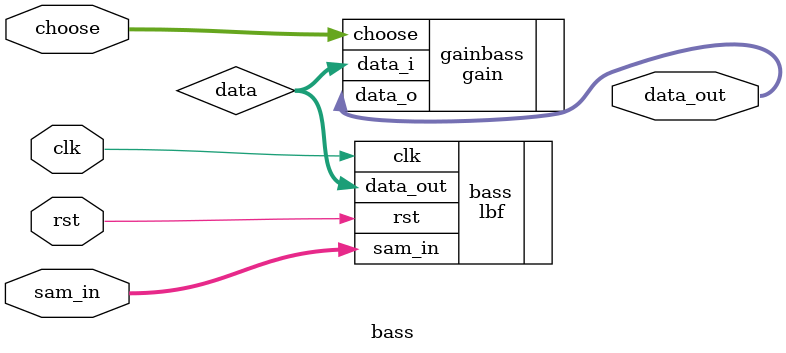
<source format=sv>
module bass (
input logic clk,
    input logic rst,
    input logic  signed [23 :0] sam_in,
    input logic [2:0]choose,
    output logic signed  [23 :0] data_out);

// wire
logic [23:0] data;

//fir 
lbf bass (.clk(clk),
				.rst(rst),
				.sam_in(sam_in),
				.data_out(data));
// gain
gain  gainbass    (.data_i(data),
				     .data_o(data_out),
				     .choose(choose) );
endmodule
</source>
